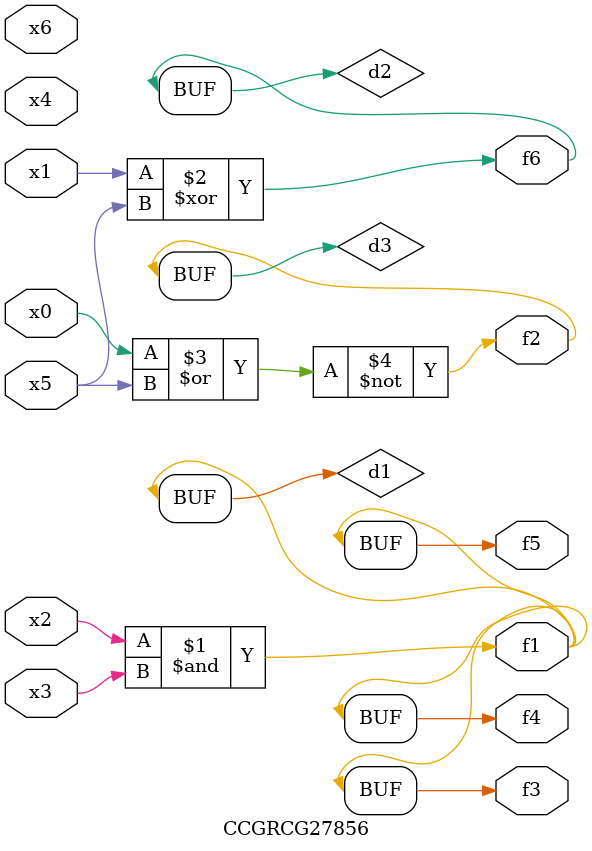
<source format=v>
module CCGRCG27856(
	input x0, x1, x2, x3, x4, x5, x6,
	output f1, f2, f3, f4, f5, f6
);

	wire d1, d2, d3;

	and (d1, x2, x3);
	xor (d2, x1, x5);
	nor (d3, x0, x5);
	assign f1 = d1;
	assign f2 = d3;
	assign f3 = d1;
	assign f4 = d1;
	assign f5 = d1;
	assign f6 = d2;
endmodule

</source>
